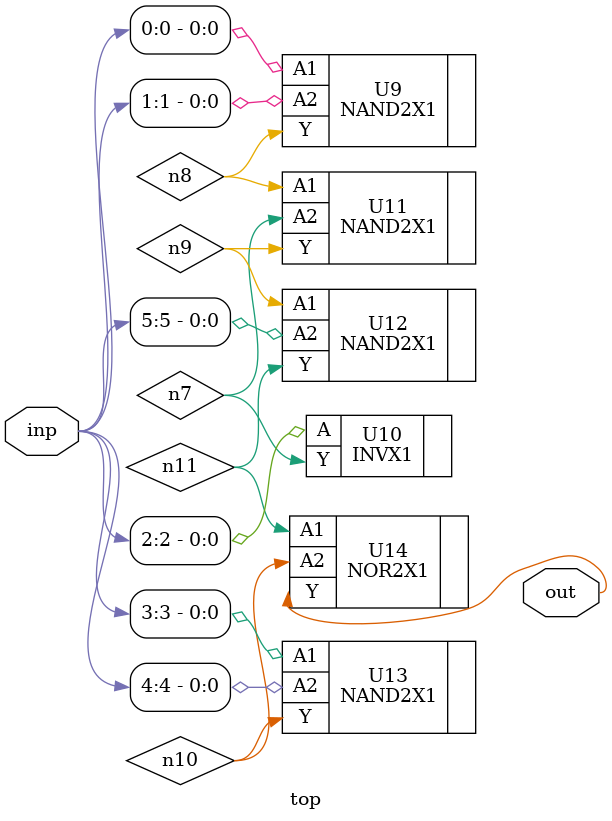
<source format=sv>


module top ( inp, out );
  input [5:0] inp;
  output out;
  wire   n7, n8, n9, n10, n11;

  NAND2X1 U9 ( .A1(inp[0]), .A2(inp[1]), .Y(n8) );
  INVX1 U10 ( .A(inp[2]), .Y(n7) );
  NAND2X1 U11 ( .A1(n8), .A2(n7), .Y(n9) );
  NAND2X1 U12 ( .A1(n9), .A2(inp[5]), .Y(n11) );
  NAND2X1 U13 ( .A1(inp[3]), .A2(inp[4]), .Y(n10) );
  NOR2X1 U14 ( .A1(n11), .A2(n10), .Y(out) );
endmodule


</source>
